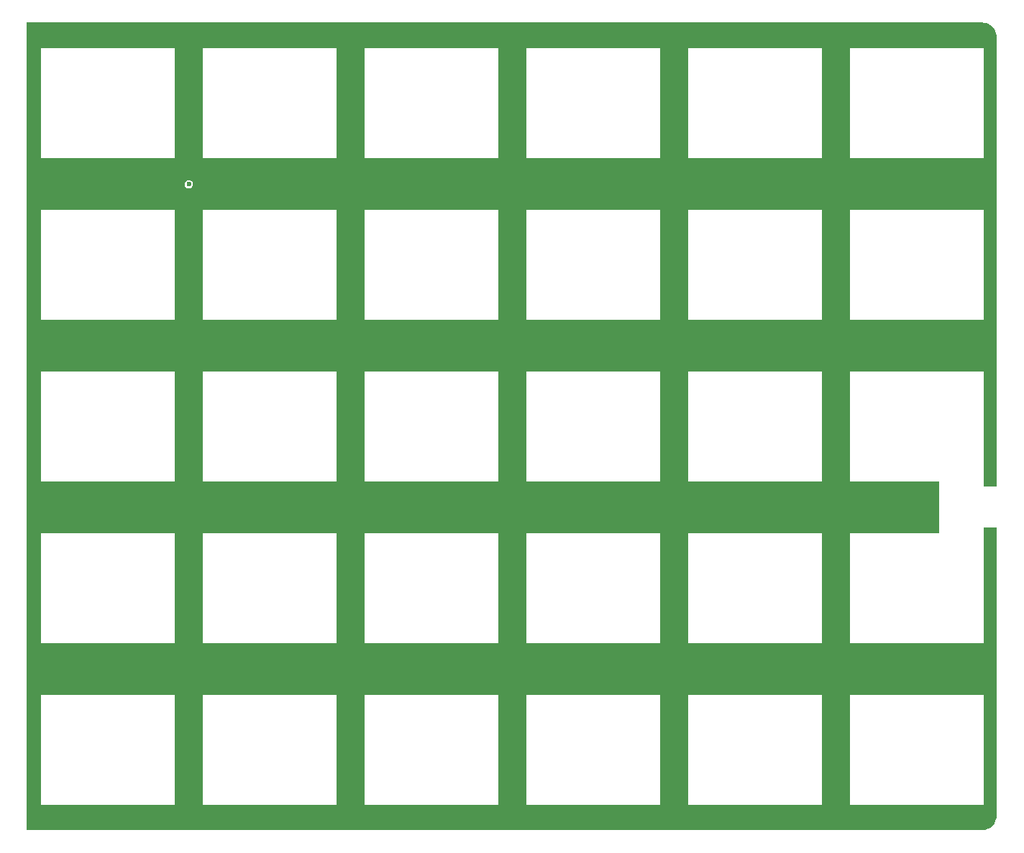
<source format=gtl>
G04 #@! TF.GenerationSoftware,KiCad,Pcbnew,(6.0.0-0)*
G04 #@! TF.CreationDate,2022-01-15T15:53:59+01:00*
G04 #@! TF.ProjectId,lumberjack-alps,6c756d62-6572-46a6-9163-6b2d616c7073,rev?*
G04 #@! TF.SameCoordinates,Original*
G04 #@! TF.FileFunction,Copper,L1,Top*
G04 #@! TF.FilePolarity,Positive*
%FSLAX46Y46*%
G04 Gerber Fmt 4.6, Leading zero omitted, Abs format (unit mm)*
G04 Created by KiCad (PCBNEW (6.0.0-0)) date 2022-01-15 15:53:59*
%MOMM*%
%LPD*%
G01*
G04 APERTURE LIST*
G04 #@! TA.AperFunction,ViaPad*
%ADD10C,0.600000*%
G04 #@! TD*
G04 APERTURE END LIST*
D10*
X121500000Y-69100000D03*
G04 #@! TA.AperFunction,NonConductor*
G36*
X214900197Y-50057183D02*
G01*
X214907993Y-50060412D01*
X214910142Y-50059522D01*
X214910144Y-50059522D01*
X214913921Y-50057957D01*
X214919233Y-50057096D01*
X215154206Y-50073901D01*
X215155857Y-50074138D01*
X215396250Y-50126433D01*
X215397853Y-50126904D01*
X215628346Y-50212873D01*
X215629861Y-50213565D01*
X215845779Y-50331465D01*
X215847184Y-50332368D01*
X216044124Y-50479796D01*
X216045385Y-50480889D01*
X216219335Y-50654839D01*
X216220428Y-50656100D01*
X216367856Y-50853040D01*
X216368759Y-50854445D01*
X216486659Y-51070363D01*
X216487352Y-51071881D01*
X216573320Y-51302372D01*
X216573791Y-51303974D01*
X216626086Y-51544367D01*
X216626323Y-51546019D01*
X216643128Y-51780990D01*
X216642267Y-51786303D01*
X216640702Y-51790080D01*
X216640702Y-51790082D01*
X216639812Y-51792231D01*
X216640703Y-51794382D01*
X216643041Y-51800027D01*
X216643932Y-51804504D01*
X216643932Y-104713388D01*
X216640505Y-104721661D01*
X216632232Y-104725088D01*
X215089478Y-104725088D01*
X215081205Y-104721661D01*
X215077778Y-104713388D01*
X215077778Y-91214531D01*
X215078669Y-91210054D01*
X215081007Y-91204409D01*
X215081898Y-91202258D01*
X215066047Y-91163989D01*
X215037725Y-91152258D01*
X215027778Y-91148138D01*
X215025627Y-91149029D01*
X215019982Y-91151367D01*
X215015505Y-91152258D01*
X199442798Y-91152258D01*
X199438321Y-91151367D01*
X199432676Y-91149029D01*
X199430525Y-91148138D01*
X199420578Y-91152258D01*
X199392256Y-91163989D01*
X199376405Y-91202258D01*
X199377296Y-91204409D01*
X199379634Y-91210054D01*
X199380525Y-91214531D01*
X199380525Y-104048789D01*
X199379634Y-104053266D01*
X199376405Y-104061062D01*
X199380525Y-104071009D01*
X199392256Y-104099331D01*
X199430525Y-104115182D01*
X199432676Y-104114291D01*
X199438321Y-104111953D01*
X199442798Y-104111062D01*
X209846369Y-104111062D01*
X209854642Y-104114489D01*
X209858069Y-104122762D01*
X209858069Y-110190638D01*
X209854642Y-110198911D01*
X209846369Y-110202338D01*
X199442798Y-110202338D01*
X199438321Y-110201447D01*
X199432676Y-110199109D01*
X199430525Y-110198218D01*
X199420578Y-110202338D01*
X199392256Y-110214069D01*
X199376405Y-110252338D01*
X199377296Y-110254489D01*
X199379634Y-110260134D01*
X199380525Y-110264611D01*
X199380525Y-123098869D01*
X199379634Y-123103346D01*
X199376405Y-123111142D01*
X199380525Y-123121089D01*
X199392256Y-123149411D01*
X199430525Y-123165262D01*
X199432676Y-123164371D01*
X199438321Y-123162033D01*
X199442798Y-123161142D01*
X215015505Y-123161142D01*
X215019982Y-123162033D01*
X215027778Y-123165262D01*
X215029929Y-123164371D01*
X215063896Y-123150302D01*
X215066047Y-123149411D01*
X215077778Y-123121089D01*
X215081898Y-123111142D01*
X215078669Y-123103346D01*
X215077778Y-123098869D01*
X215077778Y-109599292D01*
X215081205Y-109591019D01*
X215089478Y-109587592D01*
X216632232Y-109587592D01*
X216640505Y-109591019D01*
X216643932Y-109599292D01*
X216643932Y-143458160D01*
X216643041Y-143462637D01*
X216639812Y-143470433D01*
X216640702Y-143472582D01*
X216640702Y-143472584D01*
X216642267Y-143476361D01*
X216643128Y-143481674D01*
X216626323Y-143716645D01*
X216626086Y-143718297D01*
X216573791Y-143958690D01*
X216573320Y-143960292D01*
X216487352Y-144190783D01*
X216486659Y-144192301D01*
X216368759Y-144408219D01*
X216367856Y-144409624D01*
X216220428Y-144606564D01*
X216219335Y-144607825D01*
X216045385Y-144781775D01*
X216044124Y-144782868D01*
X215847184Y-144930296D01*
X215845779Y-144931199D01*
X215629861Y-145049099D01*
X215628346Y-145049791D01*
X215590748Y-145063814D01*
X215397852Y-145135760D01*
X215396250Y-145136231D01*
X215155857Y-145188526D01*
X215154206Y-145188763D01*
X214919233Y-145205568D01*
X214913921Y-145204707D01*
X214910144Y-145203142D01*
X214910142Y-145203142D01*
X214907993Y-145202252D01*
X214905842Y-145203143D01*
X214900197Y-145205481D01*
X214895720Y-145206372D01*
X102455536Y-145206372D01*
X102447263Y-145202945D01*
X102443836Y-145194672D01*
X102443836Y-142161222D01*
X104126005Y-142161222D01*
X104130125Y-142171169D01*
X104141856Y-142199491D01*
X104180125Y-142215342D01*
X104182276Y-142214451D01*
X104187921Y-142212113D01*
X104192398Y-142211222D01*
X119765105Y-142211222D01*
X119769582Y-142212113D01*
X119777378Y-142215342D01*
X119779529Y-142214451D01*
X119813496Y-142200382D01*
X119815647Y-142199491D01*
X119827378Y-142171169D01*
X119831498Y-142161222D01*
X123176085Y-142161222D01*
X123180205Y-142171169D01*
X123191936Y-142199491D01*
X123230205Y-142215342D01*
X123232356Y-142214451D01*
X123238001Y-142212113D01*
X123242478Y-142211222D01*
X138815185Y-142211222D01*
X138819662Y-142212113D01*
X138827458Y-142215342D01*
X138829609Y-142214451D01*
X138863576Y-142200382D01*
X138865727Y-142199491D01*
X138877458Y-142171169D01*
X138881578Y-142161222D01*
X142226165Y-142161222D01*
X142230285Y-142171169D01*
X142242016Y-142199491D01*
X142280285Y-142215342D01*
X142282436Y-142214451D01*
X142288081Y-142212113D01*
X142292558Y-142211222D01*
X157865265Y-142211222D01*
X157869742Y-142212113D01*
X157877538Y-142215342D01*
X157879689Y-142214451D01*
X157913656Y-142200382D01*
X157915807Y-142199491D01*
X157927538Y-142171169D01*
X157931658Y-142161222D01*
X161276245Y-142161222D01*
X161280365Y-142171169D01*
X161292096Y-142199491D01*
X161330365Y-142215342D01*
X161332516Y-142214451D01*
X161338161Y-142212113D01*
X161342638Y-142211222D01*
X176915345Y-142211222D01*
X176919822Y-142212113D01*
X176927618Y-142215342D01*
X176929769Y-142214451D01*
X176963736Y-142200382D01*
X176965887Y-142199491D01*
X176977618Y-142171169D01*
X176981738Y-142161222D01*
X180326325Y-142161222D01*
X180330445Y-142171169D01*
X180342176Y-142199491D01*
X180380445Y-142215342D01*
X180382596Y-142214451D01*
X180388241Y-142212113D01*
X180392718Y-142211222D01*
X195965425Y-142211222D01*
X195969902Y-142212113D01*
X195977698Y-142215342D01*
X195979849Y-142214451D01*
X196013816Y-142200382D01*
X196015967Y-142199491D01*
X196027698Y-142171169D01*
X196031818Y-142161222D01*
X199376405Y-142161222D01*
X199380525Y-142171169D01*
X199392256Y-142199491D01*
X199430525Y-142215342D01*
X199432676Y-142214451D01*
X199438321Y-142212113D01*
X199442798Y-142211222D01*
X215015505Y-142211222D01*
X215019982Y-142212113D01*
X215027778Y-142215342D01*
X215029929Y-142214451D01*
X215063896Y-142200382D01*
X215066047Y-142199491D01*
X215077778Y-142171169D01*
X215081898Y-142161222D01*
X215078669Y-142153426D01*
X215077778Y-142148949D01*
X215077778Y-129314691D01*
X215078669Y-129310214D01*
X215081007Y-129304569D01*
X215081898Y-129302418D01*
X215066047Y-129264149D01*
X215037725Y-129252418D01*
X215027778Y-129248298D01*
X215025627Y-129249189D01*
X215019982Y-129251527D01*
X215015505Y-129252418D01*
X199442798Y-129252418D01*
X199438321Y-129251527D01*
X199432676Y-129249189D01*
X199430525Y-129248298D01*
X199420578Y-129252418D01*
X199392256Y-129264149D01*
X199376405Y-129302418D01*
X199377296Y-129304569D01*
X199379634Y-129310214D01*
X199380525Y-129314691D01*
X199380525Y-142148949D01*
X199379634Y-142153426D01*
X199376405Y-142161222D01*
X196031818Y-142161222D01*
X196028589Y-142153426D01*
X196027698Y-142148949D01*
X196027698Y-129314691D01*
X196028589Y-129310214D01*
X196030927Y-129304569D01*
X196031818Y-129302418D01*
X196015967Y-129264149D01*
X195987645Y-129252418D01*
X195977698Y-129248298D01*
X195975547Y-129249189D01*
X195969902Y-129251527D01*
X195965425Y-129252418D01*
X180392718Y-129252418D01*
X180388241Y-129251527D01*
X180382596Y-129249189D01*
X180380445Y-129248298D01*
X180370498Y-129252418D01*
X180342176Y-129264149D01*
X180326325Y-129302418D01*
X180327216Y-129304569D01*
X180329554Y-129310214D01*
X180330445Y-129314691D01*
X180330445Y-142148949D01*
X180329554Y-142153426D01*
X180326325Y-142161222D01*
X176981738Y-142161222D01*
X176978509Y-142153426D01*
X176977618Y-142148949D01*
X176977618Y-129314691D01*
X176978509Y-129310214D01*
X176980847Y-129304569D01*
X176981738Y-129302418D01*
X176965887Y-129264149D01*
X176937565Y-129252418D01*
X176927618Y-129248298D01*
X176925467Y-129249189D01*
X176919822Y-129251527D01*
X176915345Y-129252418D01*
X161342638Y-129252418D01*
X161338161Y-129251527D01*
X161332516Y-129249189D01*
X161330365Y-129248298D01*
X161320418Y-129252418D01*
X161292096Y-129264149D01*
X161276245Y-129302418D01*
X161277136Y-129304569D01*
X161279474Y-129310214D01*
X161280365Y-129314691D01*
X161280365Y-142148949D01*
X161279474Y-142153426D01*
X161276245Y-142161222D01*
X157931658Y-142161222D01*
X157928429Y-142153426D01*
X157927538Y-142148949D01*
X157927538Y-129314691D01*
X157928429Y-129310214D01*
X157930767Y-129304569D01*
X157931658Y-129302418D01*
X157915807Y-129264149D01*
X157887485Y-129252418D01*
X157877538Y-129248298D01*
X157875387Y-129249189D01*
X157869742Y-129251527D01*
X157865265Y-129252418D01*
X142292558Y-129252418D01*
X142288081Y-129251527D01*
X142282436Y-129249189D01*
X142280285Y-129248298D01*
X142270338Y-129252418D01*
X142242016Y-129264149D01*
X142226165Y-129302418D01*
X142227056Y-129304569D01*
X142229394Y-129310214D01*
X142230285Y-129314691D01*
X142230285Y-142148949D01*
X142229394Y-142153426D01*
X142226165Y-142161222D01*
X138881578Y-142161222D01*
X138878349Y-142153426D01*
X138877458Y-142148949D01*
X138877458Y-129314691D01*
X138878349Y-129310214D01*
X138880687Y-129304569D01*
X138881578Y-129302418D01*
X138865727Y-129264149D01*
X138837405Y-129252418D01*
X138827458Y-129248298D01*
X138825307Y-129249189D01*
X138819662Y-129251527D01*
X138815185Y-129252418D01*
X123242478Y-129252418D01*
X123238001Y-129251527D01*
X123232356Y-129249189D01*
X123230205Y-129248298D01*
X123220258Y-129252418D01*
X123191936Y-129264149D01*
X123176085Y-129302418D01*
X123176976Y-129304569D01*
X123179314Y-129310214D01*
X123180205Y-129314691D01*
X123180205Y-142148949D01*
X123179314Y-142153426D01*
X123176085Y-142161222D01*
X119831498Y-142161222D01*
X119828269Y-142153426D01*
X119827378Y-142148949D01*
X119827378Y-129314691D01*
X119828269Y-129310214D01*
X119830607Y-129304569D01*
X119831498Y-129302418D01*
X119815647Y-129264149D01*
X119787325Y-129252418D01*
X119777378Y-129248298D01*
X119775227Y-129249189D01*
X119769582Y-129251527D01*
X119765105Y-129252418D01*
X104192398Y-129252418D01*
X104187921Y-129251527D01*
X104182276Y-129249189D01*
X104180125Y-129248298D01*
X104170178Y-129252418D01*
X104141856Y-129264149D01*
X104126005Y-129302418D01*
X104126896Y-129304569D01*
X104129234Y-129310214D01*
X104130125Y-129314691D01*
X104130125Y-142148949D01*
X104129234Y-142153426D01*
X104126005Y-142161222D01*
X102443836Y-142161222D01*
X102443836Y-123111142D01*
X104126005Y-123111142D01*
X104130125Y-123121089D01*
X104141856Y-123149411D01*
X104180125Y-123165262D01*
X104182276Y-123164371D01*
X104187921Y-123162033D01*
X104192398Y-123161142D01*
X119765105Y-123161142D01*
X119769582Y-123162033D01*
X119777378Y-123165262D01*
X119779529Y-123164371D01*
X119813496Y-123150302D01*
X119815647Y-123149411D01*
X119827378Y-123121089D01*
X119831498Y-123111142D01*
X123176085Y-123111142D01*
X123180205Y-123121089D01*
X123191936Y-123149411D01*
X123230205Y-123165262D01*
X123232356Y-123164371D01*
X123238001Y-123162033D01*
X123242478Y-123161142D01*
X138815185Y-123161142D01*
X138819662Y-123162033D01*
X138827458Y-123165262D01*
X138829609Y-123164371D01*
X138863576Y-123150302D01*
X138865727Y-123149411D01*
X138877458Y-123121089D01*
X138881578Y-123111142D01*
X142226165Y-123111142D01*
X142230285Y-123121089D01*
X142242016Y-123149411D01*
X142280285Y-123165262D01*
X142282436Y-123164371D01*
X142288081Y-123162033D01*
X142292558Y-123161142D01*
X157865265Y-123161142D01*
X157869742Y-123162033D01*
X157877538Y-123165262D01*
X157879689Y-123164371D01*
X157913656Y-123150302D01*
X157915807Y-123149411D01*
X157927538Y-123121089D01*
X157931658Y-123111142D01*
X161276245Y-123111142D01*
X161280365Y-123121089D01*
X161292096Y-123149411D01*
X161330365Y-123165262D01*
X161332516Y-123164371D01*
X161338161Y-123162033D01*
X161342638Y-123161142D01*
X176915345Y-123161142D01*
X176919822Y-123162033D01*
X176927618Y-123165262D01*
X176929769Y-123164371D01*
X176963736Y-123150302D01*
X176965887Y-123149411D01*
X176977618Y-123121089D01*
X176981738Y-123111142D01*
X180326325Y-123111142D01*
X180330445Y-123121089D01*
X180342176Y-123149411D01*
X180380445Y-123165262D01*
X180382596Y-123164371D01*
X180388241Y-123162033D01*
X180392718Y-123161142D01*
X195965425Y-123161142D01*
X195969902Y-123162033D01*
X195977698Y-123165262D01*
X195979849Y-123164371D01*
X196013816Y-123150302D01*
X196015967Y-123149411D01*
X196027698Y-123121089D01*
X196031818Y-123111142D01*
X196028589Y-123103346D01*
X196027698Y-123098869D01*
X196027698Y-110264611D01*
X196028589Y-110260134D01*
X196030927Y-110254489D01*
X196031818Y-110252338D01*
X196015967Y-110214069D01*
X195987645Y-110202338D01*
X195977698Y-110198218D01*
X195975547Y-110199109D01*
X195969902Y-110201447D01*
X195965425Y-110202338D01*
X180392718Y-110202338D01*
X180388241Y-110201447D01*
X180382596Y-110199109D01*
X180380445Y-110198218D01*
X180370498Y-110202338D01*
X180342176Y-110214069D01*
X180326325Y-110252338D01*
X180327216Y-110254489D01*
X180329554Y-110260134D01*
X180330445Y-110264611D01*
X180330445Y-123098869D01*
X180329554Y-123103346D01*
X180326325Y-123111142D01*
X176981738Y-123111142D01*
X176978509Y-123103346D01*
X176977618Y-123098869D01*
X176977618Y-110264611D01*
X176978509Y-110260134D01*
X176980847Y-110254489D01*
X176981738Y-110252338D01*
X176965887Y-110214069D01*
X176937565Y-110202338D01*
X176927618Y-110198218D01*
X176925467Y-110199109D01*
X176919822Y-110201447D01*
X176915345Y-110202338D01*
X161342638Y-110202338D01*
X161338161Y-110201447D01*
X161332516Y-110199109D01*
X161330365Y-110198218D01*
X161320418Y-110202338D01*
X161292096Y-110214069D01*
X161276245Y-110252338D01*
X161277136Y-110254489D01*
X161279474Y-110260134D01*
X161280365Y-110264611D01*
X161280365Y-123098869D01*
X161279474Y-123103346D01*
X161276245Y-123111142D01*
X157931658Y-123111142D01*
X157928429Y-123103346D01*
X157927538Y-123098869D01*
X157927538Y-110264611D01*
X157928429Y-110260134D01*
X157930767Y-110254489D01*
X157931658Y-110252338D01*
X157915807Y-110214069D01*
X157887485Y-110202338D01*
X157877538Y-110198218D01*
X157875387Y-110199109D01*
X157869742Y-110201447D01*
X157865265Y-110202338D01*
X142292558Y-110202338D01*
X142288081Y-110201447D01*
X142282436Y-110199109D01*
X142280285Y-110198218D01*
X142270338Y-110202338D01*
X142242016Y-110214069D01*
X142226165Y-110252338D01*
X142227056Y-110254489D01*
X142229394Y-110260134D01*
X142230285Y-110264611D01*
X142230285Y-123098869D01*
X142229394Y-123103346D01*
X142226165Y-123111142D01*
X138881578Y-123111142D01*
X138878349Y-123103346D01*
X138877458Y-123098869D01*
X138877458Y-110264611D01*
X138878349Y-110260134D01*
X138880687Y-110254489D01*
X138881578Y-110252338D01*
X138865727Y-110214069D01*
X138837405Y-110202338D01*
X138827458Y-110198218D01*
X138825307Y-110199109D01*
X138819662Y-110201447D01*
X138815185Y-110202338D01*
X123242478Y-110202338D01*
X123238001Y-110201447D01*
X123232356Y-110199109D01*
X123230205Y-110198218D01*
X123220258Y-110202338D01*
X123191936Y-110214069D01*
X123176085Y-110252338D01*
X123176976Y-110254489D01*
X123179314Y-110260134D01*
X123180205Y-110264611D01*
X123180205Y-123098869D01*
X123179314Y-123103346D01*
X123176085Y-123111142D01*
X119831498Y-123111142D01*
X119828269Y-123103346D01*
X119827378Y-123098869D01*
X119827378Y-110264611D01*
X119828269Y-110260134D01*
X119830607Y-110254489D01*
X119831498Y-110252338D01*
X119815647Y-110214069D01*
X119787325Y-110202338D01*
X119777378Y-110198218D01*
X119775227Y-110199109D01*
X119769582Y-110201447D01*
X119765105Y-110202338D01*
X104192398Y-110202338D01*
X104187921Y-110201447D01*
X104182276Y-110199109D01*
X104180125Y-110198218D01*
X104170178Y-110202338D01*
X104141856Y-110214069D01*
X104126005Y-110252338D01*
X104126896Y-110254489D01*
X104129234Y-110260134D01*
X104130125Y-110264611D01*
X104130125Y-123098869D01*
X104129234Y-123103346D01*
X104126005Y-123111142D01*
X102443836Y-123111142D01*
X102443836Y-104061062D01*
X104126005Y-104061062D01*
X104130125Y-104071009D01*
X104141856Y-104099331D01*
X104180125Y-104115182D01*
X104182276Y-104114291D01*
X104187921Y-104111953D01*
X104192398Y-104111062D01*
X119765105Y-104111062D01*
X119769582Y-104111953D01*
X119777378Y-104115182D01*
X119779529Y-104114291D01*
X119813496Y-104100222D01*
X119815647Y-104099331D01*
X119827378Y-104071009D01*
X119831498Y-104061062D01*
X123176085Y-104061062D01*
X123180205Y-104071009D01*
X123191936Y-104099331D01*
X123230205Y-104115182D01*
X123232356Y-104114291D01*
X123238001Y-104111953D01*
X123242478Y-104111062D01*
X138815185Y-104111062D01*
X138819662Y-104111953D01*
X138827458Y-104115182D01*
X138829609Y-104114291D01*
X138863576Y-104100222D01*
X138865727Y-104099331D01*
X138877458Y-104071009D01*
X138881578Y-104061062D01*
X142226165Y-104061062D01*
X142230285Y-104071009D01*
X142242016Y-104099331D01*
X142280285Y-104115182D01*
X142282436Y-104114291D01*
X142288081Y-104111953D01*
X142292558Y-104111062D01*
X157865265Y-104111062D01*
X157869742Y-104111953D01*
X157877538Y-104115182D01*
X157879689Y-104114291D01*
X157913656Y-104100222D01*
X157915807Y-104099331D01*
X157927538Y-104071009D01*
X157931658Y-104061062D01*
X161276245Y-104061062D01*
X161280365Y-104071009D01*
X161292096Y-104099331D01*
X161330365Y-104115182D01*
X161332516Y-104114291D01*
X161338161Y-104111953D01*
X161342638Y-104111062D01*
X176915345Y-104111062D01*
X176919822Y-104111953D01*
X176927618Y-104115182D01*
X176929769Y-104114291D01*
X176963736Y-104100222D01*
X176965887Y-104099331D01*
X176977618Y-104071009D01*
X176981738Y-104061062D01*
X180326325Y-104061062D01*
X180330445Y-104071009D01*
X180342176Y-104099331D01*
X180380445Y-104115182D01*
X180382596Y-104114291D01*
X180388241Y-104111953D01*
X180392718Y-104111062D01*
X195965425Y-104111062D01*
X195969902Y-104111953D01*
X195977698Y-104115182D01*
X195979849Y-104114291D01*
X196013816Y-104100222D01*
X196015967Y-104099331D01*
X196027698Y-104071009D01*
X196031818Y-104061062D01*
X196028589Y-104053266D01*
X196027698Y-104048789D01*
X196027698Y-91214531D01*
X196028589Y-91210054D01*
X196030927Y-91204409D01*
X196031818Y-91202258D01*
X196015967Y-91163989D01*
X195987645Y-91152258D01*
X195977698Y-91148138D01*
X195975547Y-91149029D01*
X195969902Y-91151367D01*
X195965425Y-91152258D01*
X180392718Y-91152258D01*
X180388241Y-91151367D01*
X180382596Y-91149029D01*
X180380445Y-91148138D01*
X180370498Y-91152258D01*
X180342176Y-91163989D01*
X180326325Y-91202258D01*
X180327216Y-91204409D01*
X180329554Y-91210054D01*
X180330445Y-91214531D01*
X180330445Y-104048789D01*
X180329554Y-104053266D01*
X180326325Y-104061062D01*
X176981738Y-104061062D01*
X176978509Y-104053266D01*
X176977618Y-104048789D01*
X176977618Y-91214531D01*
X176978509Y-91210054D01*
X176980847Y-91204409D01*
X176981738Y-91202258D01*
X176965887Y-91163989D01*
X176937565Y-91152258D01*
X176927618Y-91148138D01*
X176925467Y-91149029D01*
X176919822Y-91151367D01*
X176915345Y-91152258D01*
X161342638Y-91152258D01*
X161338161Y-91151367D01*
X161332516Y-91149029D01*
X161330365Y-91148138D01*
X161320418Y-91152258D01*
X161292096Y-91163989D01*
X161276245Y-91202258D01*
X161277136Y-91204409D01*
X161279474Y-91210054D01*
X161280365Y-91214531D01*
X161280365Y-104048789D01*
X161279474Y-104053266D01*
X161276245Y-104061062D01*
X157931658Y-104061062D01*
X157928429Y-104053266D01*
X157927538Y-104048789D01*
X157927538Y-91214531D01*
X157928429Y-91210054D01*
X157930767Y-91204409D01*
X157931658Y-91202258D01*
X157915807Y-91163989D01*
X157887485Y-91152258D01*
X157877538Y-91148138D01*
X157875387Y-91149029D01*
X157869742Y-91151367D01*
X157865265Y-91152258D01*
X142292558Y-91152258D01*
X142288081Y-91151367D01*
X142282436Y-91149029D01*
X142280285Y-91148138D01*
X142270338Y-91152258D01*
X142242016Y-91163989D01*
X142226165Y-91202258D01*
X142227056Y-91204409D01*
X142229394Y-91210054D01*
X142230285Y-91214531D01*
X142230285Y-104048789D01*
X142229394Y-104053266D01*
X142226165Y-104061062D01*
X138881578Y-104061062D01*
X138878349Y-104053266D01*
X138877458Y-104048789D01*
X138877458Y-91214531D01*
X138878349Y-91210054D01*
X138880687Y-91204409D01*
X138881578Y-91202258D01*
X138865727Y-91163989D01*
X138837405Y-91152258D01*
X138827458Y-91148138D01*
X138825307Y-91149029D01*
X138819662Y-91151367D01*
X138815185Y-91152258D01*
X123242478Y-91152258D01*
X123238001Y-91151367D01*
X123232356Y-91149029D01*
X123230205Y-91148138D01*
X123220258Y-91152258D01*
X123191936Y-91163989D01*
X123176085Y-91202258D01*
X123176976Y-91204409D01*
X123179314Y-91210054D01*
X123180205Y-91214531D01*
X123180205Y-104048789D01*
X123179314Y-104053266D01*
X123176085Y-104061062D01*
X119831498Y-104061062D01*
X119828269Y-104053266D01*
X119827378Y-104048789D01*
X119827378Y-91214531D01*
X119828269Y-91210054D01*
X119830607Y-91204409D01*
X119831498Y-91202258D01*
X119815647Y-91163989D01*
X119787325Y-91152258D01*
X119777378Y-91148138D01*
X119775227Y-91149029D01*
X119769582Y-91151367D01*
X119765105Y-91152258D01*
X104192398Y-91152258D01*
X104187921Y-91151367D01*
X104182276Y-91149029D01*
X104180125Y-91148138D01*
X104170178Y-91152258D01*
X104141856Y-91163989D01*
X104126005Y-91202258D01*
X104126896Y-91204409D01*
X104129234Y-91210054D01*
X104130125Y-91214531D01*
X104130125Y-104048789D01*
X104129234Y-104053266D01*
X104126005Y-104061062D01*
X102443836Y-104061062D01*
X102443836Y-85010982D01*
X104126005Y-85010982D01*
X104130125Y-85020929D01*
X104141856Y-85049251D01*
X104180125Y-85065102D01*
X104182276Y-85064211D01*
X104187921Y-85061873D01*
X104192398Y-85060982D01*
X119765105Y-85060982D01*
X119769582Y-85061873D01*
X119777378Y-85065102D01*
X119779529Y-85064211D01*
X119813496Y-85050142D01*
X119815647Y-85049251D01*
X119827378Y-85020929D01*
X119831498Y-85010982D01*
X123176085Y-85010982D01*
X123180205Y-85020929D01*
X123191936Y-85049251D01*
X123230205Y-85065102D01*
X123232356Y-85064211D01*
X123238001Y-85061873D01*
X123242478Y-85060982D01*
X138815185Y-85060982D01*
X138819662Y-85061873D01*
X138827458Y-85065102D01*
X138829609Y-85064211D01*
X138863576Y-85050142D01*
X138865727Y-85049251D01*
X138877458Y-85020929D01*
X138881578Y-85010982D01*
X142226165Y-85010982D01*
X142230285Y-85020929D01*
X142242016Y-85049251D01*
X142280285Y-85065102D01*
X142282436Y-85064211D01*
X142288081Y-85061873D01*
X142292558Y-85060982D01*
X157865265Y-85060982D01*
X157869742Y-85061873D01*
X157877538Y-85065102D01*
X157879689Y-85064211D01*
X157913656Y-85050142D01*
X157915807Y-85049251D01*
X157927538Y-85020929D01*
X157931658Y-85010982D01*
X161276245Y-85010982D01*
X161280365Y-85020929D01*
X161292096Y-85049251D01*
X161330365Y-85065102D01*
X161332516Y-85064211D01*
X161338161Y-85061873D01*
X161342638Y-85060982D01*
X176915345Y-85060982D01*
X176919822Y-85061873D01*
X176927618Y-85065102D01*
X176929769Y-85064211D01*
X176963736Y-85050142D01*
X176965887Y-85049251D01*
X176977618Y-85020929D01*
X176981738Y-85010982D01*
X180326325Y-85010982D01*
X180330445Y-85020929D01*
X180342176Y-85049251D01*
X180380445Y-85065102D01*
X180382596Y-85064211D01*
X180388241Y-85061873D01*
X180392718Y-85060982D01*
X195965425Y-85060982D01*
X195969902Y-85061873D01*
X195977698Y-85065102D01*
X195979849Y-85064211D01*
X196013816Y-85050142D01*
X196015967Y-85049251D01*
X196027698Y-85020929D01*
X196031818Y-85010982D01*
X199376405Y-85010982D01*
X199380525Y-85020929D01*
X199392256Y-85049251D01*
X199430525Y-85065102D01*
X199432676Y-85064211D01*
X199438321Y-85061873D01*
X199442798Y-85060982D01*
X215015505Y-85060982D01*
X215019982Y-85061873D01*
X215027778Y-85065102D01*
X215029929Y-85064211D01*
X215063896Y-85050142D01*
X215066047Y-85049251D01*
X215077778Y-85020929D01*
X215081898Y-85010982D01*
X215078669Y-85003186D01*
X215077778Y-84998709D01*
X215077778Y-72164451D01*
X215078669Y-72159974D01*
X215081007Y-72154329D01*
X215081898Y-72152178D01*
X215066047Y-72113909D01*
X215037725Y-72102178D01*
X215027778Y-72098058D01*
X215025627Y-72098949D01*
X215019982Y-72101287D01*
X215015505Y-72102178D01*
X199442798Y-72102178D01*
X199438321Y-72101287D01*
X199432676Y-72098949D01*
X199430525Y-72098058D01*
X199420578Y-72102178D01*
X199392256Y-72113909D01*
X199376405Y-72152178D01*
X199377296Y-72154329D01*
X199379634Y-72159974D01*
X199380525Y-72164451D01*
X199380525Y-84998709D01*
X199379634Y-85003186D01*
X199376405Y-85010982D01*
X196031818Y-85010982D01*
X196028589Y-85003186D01*
X196027698Y-84998709D01*
X196027698Y-72164451D01*
X196028589Y-72159974D01*
X196030927Y-72154329D01*
X196031818Y-72152178D01*
X196015967Y-72113909D01*
X195987645Y-72102178D01*
X195977698Y-72098058D01*
X195975547Y-72098949D01*
X195969902Y-72101287D01*
X195965425Y-72102178D01*
X180392718Y-72102178D01*
X180388241Y-72101287D01*
X180382596Y-72098949D01*
X180380445Y-72098058D01*
X180370498Y-72102178D01*
X180342176Y-72113909D01*
X180326325Y-72152178D01*
X180327216Y-72154329D01*
X180329554Y-72159974D01*
X180330445Y-72164451D01*
X180330445Y-84998709D01*
X180329554Y-85003186D01*
X180326325Y-85010982D01*
X176981738Y-85010982D01*
X176978509Y-85003186D01*
X176977618Y-84998709D01*
X176977618Y-72164451D01*
X176978509Y-72159974D01*
X176980847Y-72154329D01*
X176981738Y-72152178D01*
X176965887Y-72113909D01*
X176937565Y-72102178D01*
X176927618Y-72098058D01*
X176925467Y-72098949D01*
X176919822Y-72101287D01*
X176915345Y-72102178D01*
X161342638Y-72102178D01*
X161338161Y-72101287D01*
X161332516Y-72098949D01*
X161330365Y-72098058D01*
X161320418Y-72102178D01*
X161292096Y-72113909D01*
X161276245Y-72152178D01*
X161277136Y-72154329D01*
X161279474Y-72159974D01*
X161280365Y-72164451D01*
X161280365Y-84998709D01*
X161279474Y-85003186D01*
X161276245Y-85010982D01*
X157931658Y-85010982D01*
X157928429Y-85003186D01*
X157927538Y-84998709D01*
X157927538Y-72164451D01*
X157928429Y-72159974D01*
X157930767Y-72154329D01*
X157931658Y-72152178D01*
X157915807Y-72113909D01*
X157887485Y-72102178D01*
X157877538Y-72098058D01*
X157875387Y-72098949D01*
X157869742Y-72101287D01*
X157865265Y-72102178D01*
X142292558Y-72102178D01*
X142288081Y-72101287D01*
X142282436Y-72098949D01*
X142280285Y-72098058D01*
X142270338Y-72102178D01*
X142242016Y-72113909D01*
X142226165Y-72152178D01*
X142227056Y-72154329D01*
X142229394Y-72159974D01*
X142230285Y-72164451D01*
X142230285Y-84998709D01*
X142229394Y-85003186D01*
X142226165Y-85010982D01*
X138881578Y-85010982D01*
X138878349Y-85003186D01*
X138877458Y-84998709D01*
X138877458Y-72164451D01*
X138878349Y-72159974D01*
X138880687Y-72154329D01*
X138881578Y-72152178D01*
X138865727Y-72113909D01*
X138837405Y-72102178D01*
X138827458Y-72098058D01*
X138825307Y-72098949D01*
X138819662Y-72101287D01*
X138815185Y-72102178D01*
X123242478Y-72102178D01*
X123238001Y-72101287D01*
X123232356Y-72098949D01*
X123230205Y-72098058D01*
X123220258Y-72102178D01*
X123191936Y-72113909D01*
X123176085Y-72152178D01*
X123176976Y-72154329D01*
X123179314Y-72159974D01*
X123180205Y-72164451D01*
X123180205Y-84998709D01*
X123179314Y-85003186D01*
X123176085Y-85010982D01*
X119831498Y-85010982D01*
X119828269Y-85003186D01*
X119827378Y-84998709D01*
X119827378Y-72164451D01*
X119828269Y-72159974D01*
X119830607Y-72154329D01*
X119831498Y-72152178D01*
X119815647Y-72113909D01*
X119787325Y-72102178D01*
X119777378Y-72098058D01*
X119775227Y-72098949D01*
X119769582Y-72101287D01*
X119765105Y-72102178D01*
X104192398Y-72102178D01*
X104187921Y-72101287D01*
X104182276Y-72098949D01*
X104180125Y-72098058D01*
X104170178Y-72102178D01*
X104141856Y-72113909D01*
X104126005Y-72152178D01*
X104126896Y-72154329D01*
X104129234Y-72159974D01*
X104130125Y-72164451D01*
X104130125Y-84998709D01*
X104129234Y-85003186D01*
X104126005Y-85010982D01*
X102443836Y-85010982D01*
X102443836Y-69093823D01*
X120994391Y-69093823D01*
X121012980Y-69235979D01*
X121070720Y-69367203D01*
X121162970Y-69476948D01*
X121163663Y-69477410D01*
X121163665Y-69477411D01*
X121181793Y-69489478D01*
X121282313Y-69556390D01*
X121419157Y-69599142D01*
X121500378Y-69600631D01*
X121561668Y-69601755D01*
X121561670Y-69601755D01*
X121562499Y-69601770D01*
X121700817Y-69564060D01*
X121822991Y-69489045D01*
X121833522Y-69477411D01*
X121847444Y-69462029D01*
X121919200Y-69382754D01*
X121981710Y-69253733D01*
X121984569Y-69236743D01*
X122005422Y-69112794D01*
X122005496Y-69112354D01*
X122005647Y-69100000D01*
X122004763Y-69093823D01*
X121985441Y-68958907D01*
X121985323Y-68958082D01*
X121984978Y-68957323D01*
X121926330Y-68828332D01*
X121926328Y-68828330D01*
X121925984Y-68827572D01*
X121832400Y-68718963D01*
X121712095Y-68640985D01*
X121643417Y-68620446D01*
X121575539Y-68600146D01*
X121575537Y-68600146D01*
X121574739Y-68599907D01*
X121500565Y-68599454D01*
X121432208Y-68599036D01*
X121432207Y-68599036D01*
X121431376Y-68599031D01*
X121345516Y-68623570D01*
X121294326Y-68638200D01*
X121294325Y-68638201D01*
X121293529Y-68638428D01*
X121172280Y-68714930D01*
X121077377Y-68822388D01*
X121016447Y-68952163D01*
X120994391Y-69093823D01*
X102443836Y-69093823D01*
X102443836Y-65960902D01*
X104126005Y-65960902D01*
X104130125Y-65970849D01*
X104141856Y-65999171D01*
X104180125Y-66015022D01*
X104182276Y-66014131D01*
X104187921Y-66011793D01*
X104192398Y-66010902D01*
X119765105Y-66010902D01*
X119769582Y-66011793D01*
X119777378Y-66015022D01*
X119779529Y-66014131D01*
X119813496Y-66000062D01*
X119815647Y-65999171D01*
X119827378Y-65970849D01*
X119831498Y-65960902D01*
X123176085Y-65960902D01*
X123180205Y-65970849D01*
X123191936Y-65999171D01*
X123230205Y-66015022D01*
X123232356Y-66014131D01*
X123238001Y-66011793D01*
X123242478Y-66010902D01*
X138815185Y-66010902D01*
X138819662Y-66011793D01*
X138827458Y-66015022D01*
X138829609Y-66014131D01*
X138863576Y-66000062D01*
X138865727Y-65999171D01*
X138877458Y-65970849D01*
X138881578Y-65960902D01*
X142226165Y-65960902D01*
X142230285Y-65970849D01*
X142242016Y-65999171D01*
X142280285Y-66015022D01*
X142282436Y-66014131D01*
X142288081Y-66011793D01*
X142292558Y-66010902D01*
X157865265Y-66010902D01*
X157869742Y-66011793D01*
X157877538Y-66015022D01*
X157879689Y-66014131D01*
X157913656Y-66000062D01*
X157915807Y-65999171D01*
X157927538Y-65970849D01*
X157931658Y-65960902D01*
X161276245Y-65960902D01*
X161280365Y-65970849D01*
X161292096Y-65999171D01*
X161330365Y-66015022D01*
X161332516Y-66014131D01*
X161338161Y-66011793D01*
X161342638Y-66010902D01*
X176915345Y-66010902D01*
X176919822Y-66011793D01*
X176927618Y-66015022D01*
X176929769Y-66014131D01*
X176963736Y-66000062D01*
X176965887Y-65999171D01*
X176977618Y-65970849D01*
X176981738Y-65960902D01*
X180326325Y-65960902D01*
X180330445Y-65970849D01*
X180342176Y-65999171D01*
X180380445Y-66015022D01*
X180382596Y-66014131D01*
X180388241Y-66011793D01*
X180392718Y-66010902D01*
X195965425Y-66010902D01*
X195969902Y-66011793D01*
X195977698Y-66015022D01*
X195979849Y-66014131D01*
X196013816Y-66000062D01*
X196015967Y-65999171D01*
X196027698Y-65970849D01*
X196031818Y-65960902D01*
X199376405Y-65960902D01*
X199380525Y-65970849D01*
X199392256Y-65999171D01*
X199430525Y-66015022D01*
X199432676Y-66014131D01*
X199438321Y-66011793D01*
X199442798Y-66010902D01*
X215015505Y-66010902D01*
X215019982Y-66011793D01*
X215027778Y-66015022D01*
X215029929Y-66014131D01*
X215063896Y-66000062D01*
X215066047Y-65999171D01*
X215077778Y-65970849D01*
X215081898Y-65960902D01*
X215078669Y-65953106D01*
X215077778Y-65948629D01*
X215077778Y-53114371D01*
X215078669Y-53109894D01*
X215081007Y-53104249D01*
X215081898Y-53102098D01*
X215066047Y-53063829D01*
X215037725Y-53052098D01*
X215027778Y-53047978D01*
X215025627Y-53048869D01*
X215019982Y-53051207D01*
X215015505Y-53052098D01*
X199442798Y-53052098D01*
X199438321Y-53051207D01*
X199432676Y-53048869D01*
X199430525Y-53047978D01*
X199420578Y-53052098D01*
X199392256Y-53063829D01*
X199376405Y-53102098D01*
X199377296Y-53104249D01*
X199379634Y-53109894D01*
X199380525Y-53114371D01*
X199380525Y-65948629D01*
X199379634Y-65953106D01*
X199376405Y-65960902D01*
X196031818Y-65960902D01*
X196028589Y-65953106D01*
X196027698Y-65948629D01*
X196027698Y-53114371D01*
X196028589Y-53109894D01*
X196030927Y-53104249D01*
X196031818Y-53102098D01*
X196015967Y-53063829D01*
X195987645Y-53052098D01*
X195977698Y-53047978D01*
X195975547Y-53048869D01*
X195969902Y-53051207D01*
X195965425Y-53052098D01*
X180392718Y-53052098D01*
X180388241Y-53051207D01*
X180382596Y-53048869D01*
X180380445Y-53047978D01*
X180370498Y-53052098D01*
X180342176Y-53063829D01*
X180326325Y-53102098D01*
X180327216Y-53104249D01*
X180329554Y-53109894D01*
X180330445Y-53114371D01*
X180330445Y-65948629D01*
X180329554Y-65953106D01*
X180326325Y-65960902D01*
X176981738Y-65960902D01*
X176978509Y-65953106D01*
X176977618Y-65948629D01*
X176977618Y-53114371D01*
X176978509Y-53109894D01*
X176980847Y-53104249D01*
X176981738Y-53102098D01*
X176965887Y-53063829D01*
X176937565Y-53052098D01*
X176927618Y-53047978D01*
X176925467Y-53048869D01*
X176919822Y-53051207D01*
X176915345Y-53052098D01*
X161342638Y-53052098D01*
X161338161Y-53051207D01*
X161332516Y-53048869D01*
X161330365Y-53047978D01*
X161320418Y-53052098D01*
X161292096Y-53063829D01*
X161276245Y-53102098D01*
X161277136Y-53104249D01*
X161279474Y-53109894D01*
X161280365Y-53114371D01*
X161280365Y-65948629D01*
X161279474Y-65953106D01*
X161276245Y-65960902D01*
X157931658Y-65960902D01*
X157928429Y-65953106D01*
X157927538Y-65948629D01*
X157927538Y-53114371D01*
X157928429Y-53109894D01*
X157930767Y-53104249D01*
X157931658Y-53102098D01*
X157915807Y-53063829D01*
X157887485Y-53052098D01*
X157877538Y-53047978D01*
X157875387Y-53048869D01*
X157869742Y-53051207D01*
X157865265Y-53052098D01*
X142292558Y-53052098D01*
X142288081Y-53051207D01*
X142282436Y-53048869D01*
X142280285Y-53047978D01*
X142270338Y-53052098D01*
X142242016Y-53063829D01*
X142226165Y-53102098D01*
X142227056Y-53104249D01*
X142229394Y-53109894D01*
X142230285Y-53114371D01*
X142230285Y-65948629D01*
X142229394Y-65953106D01*
X142226165Y-65960902D01*
X138881578Y-65960902D01*
X138878349Y-65953106D01*
X138877458Y-65948629D01*
X138877458Y-53114371D01*
X138878349Y-53109894D01*
X138880687Y-53104249D01*
X138881578Y-53102098D01*
X138865727Y-53063829D01*
X138837405Y-53052098D01*
X138827458Y-53047978D01*
X138825307Y-53048869D01*
X138819662Y-53051207D01*
X138815185Y-53052098D01*
X123242478Y-53052098D01*
X123238001Y-53051207D01*
X123232356Y-53048869D01*
X123230205Y-53047978D01*
X123220258Y-53052098D01*
X123191936Y-53063829D01*
X123176085Y-53102098D01*
X123176976Y-53104249D01*
X123179314Y-53109894D01*
X123180205Y-53114371D01*
X123180205Y-65948629D01*
X123179314Y-65953106D01*
X123176085Y-65960902D01*
X119831498Y-65960902D01*
X119828269Y-65953106D01*
X119827378Y-65948629D01*
X119827378Y-53114371D01*
X119828269Y-53109894D01*
X119830607Y-53104249D01*
X119831498Y-53102098D01*
X119815647Y-53063829D01*
X119787325Y-53052098D01*
X119777378Y-53047978D01*
X119775227Y-53048869D01*
X119769582Y-53051207D01*
X119765105Y-53052098D01*
X104192398Y-53052098D01*
X104187921Y-53051207D01*
X104182276Y-53048869D01*
X104180125Y-53047978D01*
X104170178Y-53052098D01*
X104141856Y-53063829D01*
X104126005Y-53102098D01*
X104126896Y-53104249D01*
X104129234Y-53109894D01*
X104130125Y-53114371D01*
X104130125Y-65948629D01*
X104129234Y-65953106D01*
X104126005Y-65960902D01*
X102443836Y-65960902D01*
X102443836Y-50067992D01*
X102447263Y-50059719D01*
X102455536Y-50056292D01*
X214895720Y-50056292D01*
X214900197Y-50057183D01*
G37*
G04 #@! TD.AperFunction*
M02*

</source>
